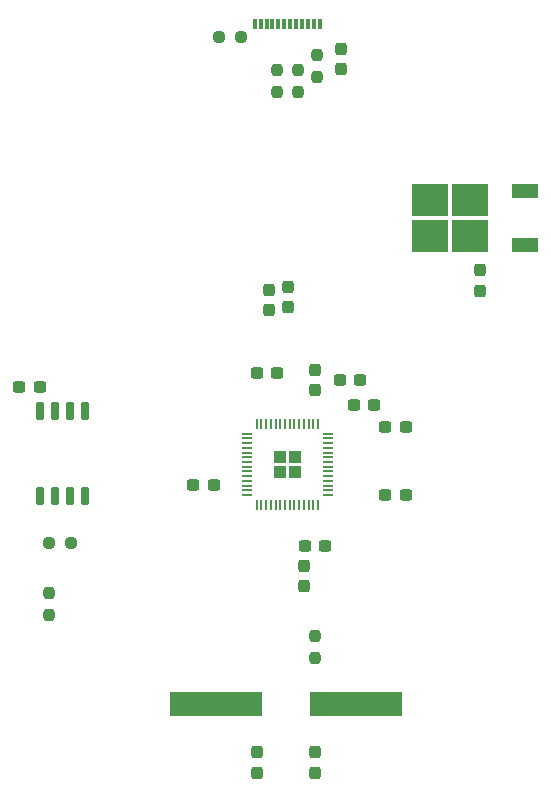
<source format=gbr>
%TF.GenerationSoftware,KiCad,Pcbnew,6.0.7-f9a2dced07~116~ubuntu20.04.1*%
%TF.CreationDate,2022-10-16T12:29:11-07:00*%
%TF.ProjectId,keyboard,6b657962-6f61-4726-942e-6b696361645f,rev?*%
%TF.SameCoordinates,Original*%
%TF.FileFunction,Paste,Top*%
%TF.FilePolarity,Positive*%
%FSLAX46Y46*%
G04 Gerber Fmt 4.6, Leading zero omitted, Abs format (unit mm)*
G04 Created by KiCad (PCBNEW 6.0.7-f9a2dced07~116~ubuntu20.04.1) date 2022-10-16 12:29:11*
%MOMM*%
%LPD*%
G01*
G04 APERTURE LIST*
G04 Aperture macros list*
%AMRoundRect*
0 Rectangle with rounded corners*
0 $1 Rounding radius*
0 $2 $3 $4 $5 $6 $7 $8 $9 X,Y pos of 4 corners*
0 Add a 4 corners polygon primitive as box body*
4,1,4,$2,$3,$4,$5,$6,$7,$8,$9,$2,$3,0*
0 Add four circle primitives for the rounded corners*
1,1,$1+$1,$2,$3*
1,1,$1+$1,$4,$5*
1,1,$1+$1,$6,$7*
1,1,$1+$1,$8,$9*
0 Add four rect primitives between the rounded corners*
20,1,$1+$1,$2,$3,$4,$5,0*
20,1,$1+$1,$4,$5,$6,$7,0*
20,1,$1+$1,$6,$7,$8,$9,0*
20,1,$1+$1,$8,$9,$2,$3,0*%
G04 Aperture macros list end*
%ADD10R,7.875000X2.000000*%
%ADD11RoundRect,0.237500X0.237500X-0.250000X0.237500X0.250000X-0.237500X0.250000X-0.237500X-0.250000X0*%
%ADD12RoundRect,0.237500X-0.237500X0.250000X-0.237500X-0.250000X0.237500X-0.250000X0.237500X0.250000X0*%
%ADD13RoundRect,0.237500X-0.237500X0.300000X-0.237500X-0.300000X0.237500X-0.300000X0.237500X0.300000X0*%
%ADD14RoundRect,0.237500X0.250000X0.237500X-0.250000X0.237500X-0.250000X-0.237500X0.250000X-0.237500X0*%
%ADD15RoundRect,0.250000X-0.292217X-0.292217X0.292217X-0.292217X0.292217X0.292217X-0.292217X0.292217X0*%
%ADD16RoundRect,0.050000X-0.387500X-0.050000X0.387500X-0.050000X0.387500X0.050000X-0.387500X0.050000X0*%
%ADD17RoundRect,0.050000X-0.050000X-0.387500X0.050000X-0.387500X0.050000X0.387500X-0.050000X0.387500X0*%
%ADD18RoundRect,0.237500X-0.300000X-0.237500X0.300000X-0.237500X0.300000X0.237500X-0.300000X0.237500X0*%
%ADD19RoundRect,0.237500X0.237500X-0.300000X0.237500X0.300000X-0.237500X0.300000X-0.237500X-0.300000X0*%
%ADD20R,0.304800X0.889000*%
%ADD21RoundRect,0.150000X0.150000X-0.650000X0.150000X0.650000X-0.150000X0.650000X-0.150000X-0.650000X0*%
%ADD22RoundRect,0.237500X0.300000X0.237500X-0.300000X0.237500X-0.300000X-0.237500X0.300000X-0.237500X0*%
%ADD23R,3.050000X2.750000*%
%ADD24R,2.200000X1.200000*%
G04 APERTURE END LIST*
D10*
%TO.C,Y1*%
X224947500Y-165350000D03*
X213072500Y-165350000D03*
%TD*%
D11*
%TO.C,R3*%
X221420000Y-161442500D03*
X221420000Y-159617500D03*
%TD*%
D12*
%TO.C,R2*%
X221590000Y-110425000D03*
X221590000Y-112250000D03*
%TD*%
D13*
%TO.C,C2*%
X235410000Y-128637500D03*
X235410000Y-130362500D03*
%TD*%
D14*
%TO.C,R6*%
X200742500Y-151740000D03*
X198917500Y-151740000D03*
%TD*%
D15*
%TO.C,U2*%
X218462500Y-145707500D03*
X219737500Y-145707500D03*
X218462500Y-144432500D03*
X219737500Y-144432500D03*
D16*
X215662500Y-142470000D03*
X215662500Y-142870000D03*
X215662500Y-143270000D03*
X215662500Y-143670000D03*
X215662500Y-144070000D03*
X215662500Y-144470000D03*
X215662500Y-144870000D03*
X215662500Y-145270000D03*
X215662500Y-145670000D03*
X215662500Y-146070000D03*
X215662500Y-146470000D03*
X215662500Y-146870000D03*
X215662500Y-147270000D03*
X215662500Y-147670000D03*
D17*
X216500000Y-148507500D03*
X216900000Y-148507500D03*
X217300000Y-148507500D03*
X217700000Y-148507500D03*
X218100000Y-148507500D03*
X218500000Y-148507500D03*
X218900000Y-148507500D03*
X219300000Y-148507500D03*
X219700000Y-148507500D03*
X220100000Y-148507500D03*
X220500000Y-148507500D03*
X220900000Y-148507500D03*
X221300000Y-148507500D03*
X221700000Y-148507500D03*
D16*
X222537500Y-147670000D03*
X222537500Y-147270000D03*
X222537500Y-146870000D03*
X222537500Y-146470000D03*
X222537500Y-146070000D03*
X222537500Y-145670000D03*
X222537500Y-145270000D03*
X222537500Y-144870000D03*
X222537500Y-144470000D03*
X222537500Y-144070000D03*
X222537500Y-143670000D03*
X222537500Y-143270000D03*
X222537500Y-142870000D03*
X222537500Y-142470000D03*
D17*
X221700000Y-141632500D03*
X221300000Y-141632500D03*
X220900000Y-141632500D03*
X220500000Y-141632500D03*
X220100000Y-141632500D03*
X219700000Y-141632500D03*
X219300000Y-141632500D03*
X218900000Y-141632500D03*
X218500000Y-141632500D03*
X218100000Y-141632500D03*
X217700000Y-141632500D03*
X217300000Y-141632500D03*
X216900000Y-141632500D03*
X216500000Y-141632500D03*
%TD*%
D18*
%TO.C,C13*%
X227407500Y-147650000D03*
X229132500Y-147650000D03*
%TD*%
D19*
%TO.C,C9*%
X221450000Y-138792500D03*
X221450000Y-137067500D03*
%TD*%
%TO.C,C3*%
X216530000Y-171172500D03*
X216530000Y-169447500D03*
%TD*%
D18*
%TO.C,C16*%
X227407500Y-141870000D03*
X229132500Y-141870000D03*
%TD*%
%TO.C,C10*%
X225282500Y-137950000D03*
X223557500Y-137950000D03*
%TD*%
D12*
%TO.C,R4*%
X219970000Y-111717500D03*
X219970000Y-113542500D03*
%TD*%
D20*
%TO.C,J1*%
X216335633Y-107797486D03*
X216835759Y-107797486D03*
X217335885Y-107797486D03*
X217836011Y-107797486D03*
X218336137Y-107797486D03*
X218836263Y-107797486D03*
X219336389Y-107797486D03*
X219836515Y-107797486D03*
X220336641Y-107797486D03*
X220836767Y-107797486D03*
X221336893Y-107797486D03*
X221837019Y-107797486D03*
%TD*%
D21*
%TO.C,U3*%
X198175000Y-147790000D03*
X199445000Y-147790000D03*
X200715000Y-147790000D03*
X201985000Y-147790000D03*
X201985000Y-140590000D03*
X200715000Y-140590000D03*
X199445000Y-140590000D03*
X198175000Y-140590000D03*
%TD*%
D12*
%TO.C,R5*%
X218210000Y-111717500D03*
X218210000Y-113542500D03*
%TD*%
D18*
%TO.C,C6*%
X224747500Y-140010000D03*
X226472500Y-140010000D03*
%TD*%
D22*
%TO.C,C14*%
X198142500Y-138500000D03*
X196417500Y-138500000D03*
%TD*%
D13*
%TO.C,C11*%
X220510000Y-153667500D03*
X220510000Y-155392500D03*
%TD*%
D11*
%TO.C,R7*%
X198910000Y-157812500D03*
X198910000Y-155987500D03*
%TD*%
D13*
%TO.C,C1*%
X223670000Y-109877500D03*
X223670000Y-111602500D03*
%TD*%
D22*
%TO.C,C8*%
X212862500Y-146800000D03*
X211137500Y-146800000D03*
%TD*%
D19*
%TO.C,C15*%
X219140000Y-131772500D03*
X219140000Y-130047500D03*
%TD*%
D18*
%TO.C,C7*%
X220557500Y-152010000D03*
X222282500Y-152010000D03*
%TD*%
D22*
%TO.C,C5*%
X218212500Y-137340000D03*
X216487500Y-137340000D03*
%TD*%
D14*
%TO.C,R1*%
X215135000Y-108920000D03*
X213310000Y-108920000D03*
%TD*%
D19*
%TO.C,C12*%
X217520000Y-132022500D03*
X217520000Y-130297500D03*
%TD*%
D23*
%TO.C,U1*%
X231215000Y-125725000D03*
X234565000Y-122675000D03*
X234565000Y-125725000D03*
X231215000Y-122675000D03*
D24*
X239190000Y-126480000D03*
X239190000Y-121920000D03*
%TD*%
D19*
%TO.C,C4*%
X221410000Y-171162500D03*
X221410000Y-169437500D03*
%TD*%
M02*

</source>
